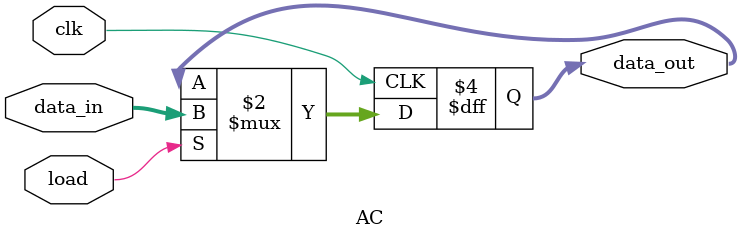
<source format=v>
`timescale 1ns / 1ps

module AC ( input [7:0] data_in, input load, clk, 
output reg [7:0] data_out );
always @( posedge clk )
if( load ) data_out <= data_in;
endmodule

</source>
